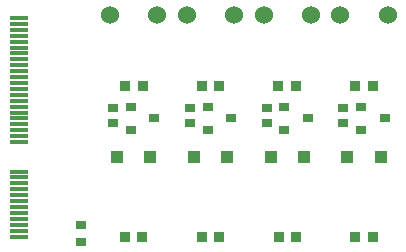
<source format=gtp>
G04*
G04 #@! TF.GenerationSoftware,Altium Limited,Altium Designer,22.11.1 (43)*
G04*
G04 Layer_Color=8421504*
%FSLAX44Y44*%
%MOMM*%
G71*
G04*
G04 #@! TF.SameCoordinates,C7E27A77-0888-4956-AA08-943BE8D70555*
G04*
G04*
G04 #@! TF.FilePolarity,Positive*
G04*
G01*
G75*
%ADD14R,1.1000X1.1000*%
%ADD15C,1.5240*%
%ADD16R,0.9000X0.8000*%
%ADD17R,0.8500X0.7500*%
%ADD18R,0.9500X0.9500*%
%ADD19R,0.9581X0.9121*%
%ADD20R,0.9000X0.6500*%
%ADD21R,1.5000X0.3500*%
D14*
X189000Y125000D02*
D03*
X161000D02*
D03*
X124000D02*
D03*
X96000D02*
D03*
X254000D02*
D03*
X226000D02*
D03*
X319000D02*
D03*
X291000D02*
D03*
D15*
X155000Y245000D02*
D03*
X195000D02*
D03*
X325000D02*
D03*
X285000D02*
D03*
X260000D02*
D03*
X220000D02*
D03*
X130000D02*
D03*
X90000D02*
D03*
D16*
X172500Y167000D02*
D03*
Y148000D02*
D03*
X192500Y157500D02*
D03*
X127500D02*
D03*
X107500Y148000D02*
D03*
Y167000D02*
D03*
X257500Y157500D02*
D03*
X237500Y148000D02*
D03*
Y167000D02*
D03*
X322500Y157500D02*
D03*
X302500Y148000D02*
D03*
Y167000D02*
D03*
D17*
X157500Y153500D02*
D03*
Y166500D02*
D03*
X287500D02*
D03*
Y153500D02*
D03*
X222500D02*
D03*
Y166500D02*
D03*
X92500Y153500D02*
D03*
Y166500D02*
D03*
D18*
X182500Y185000D02*
D03*
X167500D02*
D03*
X297500D02*
D03*
X312500D02*
D03*
X247500D02*
D03*
X232500D02*
D03*
X117500D02*
D03*
X102500D02*
D03*
D19*
X167730Y57500D02*
D03*
X182270D02*
D03*
X312270D02*
D03*
X297730D02*
D03*
X232730D02*
D03*
X247270D02*
D03*
X102730D02*
D03*
X117270D02*
D03*
D20*
X65000Y67250D02*
D03*
Y52750D02*
D03*
D21*
X12500Y242500D02*
D03*
Y237500D02*
D03*
Y232500D02*
D03*
Y227500D02*
D03*
Y222500D02*
D03*
Y217500D02*
D03*
Y212500D02*
D03*
Y207500D02*
D03*
Y202500D02*
D03*
Y197500D02*
D03*
Y192500D02*
D03*
Y187500D02*
D03*
Y182500D02*
D03*
Y177500D02*
D03*
Y172500D02*
D03*
Y167500D02*
D03*
Y162500D02*
D03*
Y157500D02*
D03*
Y152500D02*
D03*
Y147500D02*
D03*
Y142500D02*
D03*
Y137500D02*
D03*
Y112500D02*
D03*
Y107500D02*
D03*
Y102500D02*
D03*
Y97500D02*
D03*
Y92500D02*
D03*
Y87500D02*
D03*
Y82500D02*
D03*
Y77500D02*
D03*
Y72500D02*
D03*
Y67500D02*
D03*
Y62500D02*
D03*
Y57500D02*
D03*
M02*

</source>
